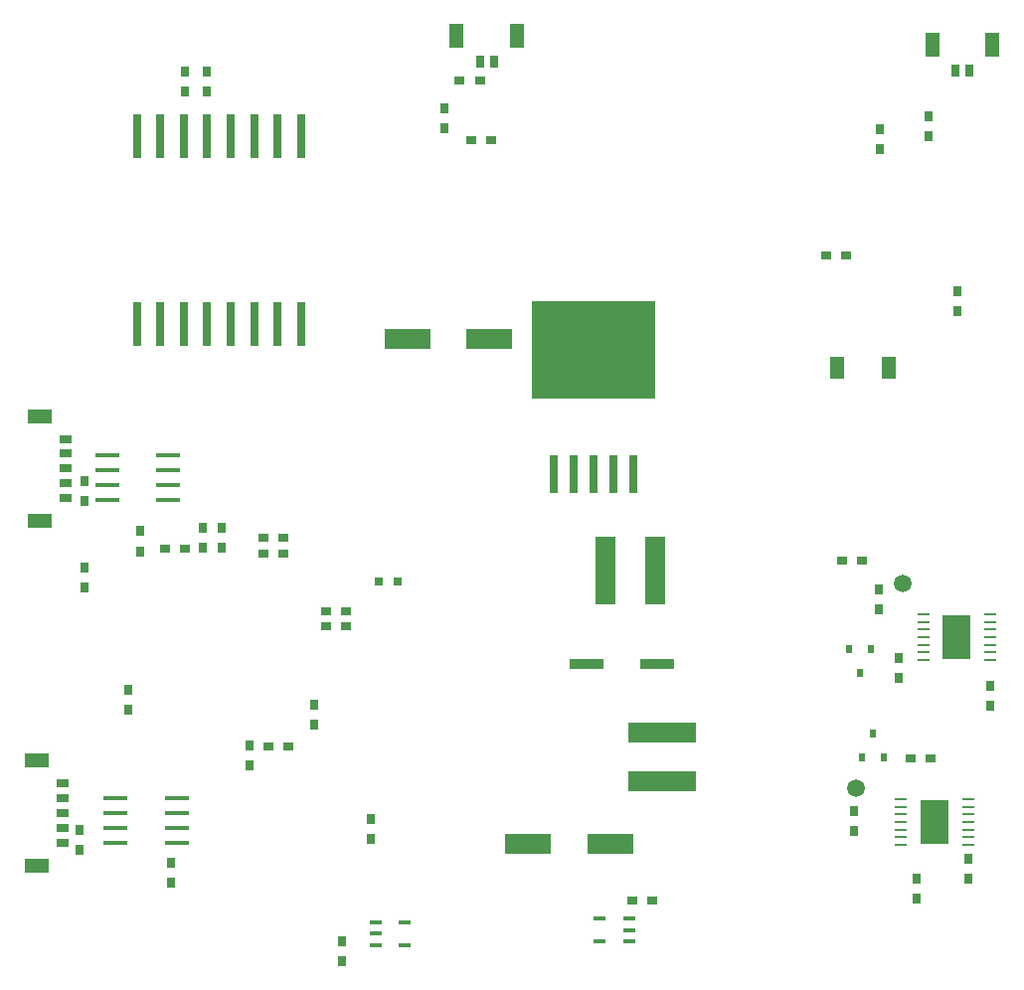
<source format=gbr>
%TF.GenerationSoftware,Novarm,DipTrace,3.3.1.1*%
%TF.CreationDate,2019-02-09T17:58:49-08:00*%
%FSLAX26Y26*%
%MOIN*%
%TF.FileFunction,Paste,Top*%
%TF.Part,Single*%
%ADD36C,0.059055*%
%ADD81R,0.03149X0.125978*%
%ADD83R,0.41338X0.330703*%
%ADD85R,0.080703X0.047238*%
%ADD87R,0.043301X0.025585*%
%ADD89R,0.078734X0.015742*%
%ADD91R,0.043695X0.009837*%
%ADD93R,0.096451X0.1496*%
%ADD95R,0.044089X0.014561*%
%ADD97R,0.047238X0.080703*%
%ADD99R,0.025585X0.043301*%
%ADD101R,0.03149X0.1496*%
%ADD103R,0.003931X0.049207*%
%ADD105R,0.049207X0.003931*%
%ADD107R,0.22834X0.07086*%
%ADD109R,0.07086X0.22834*%
%ADD111R,0.029522X0.03149*%
%ADD125R,0.023616X0.027553*%
%ADD131R,0.047238X0.074797*%
%ADD133R,0.114167X0.035427*%
%ADD135R,0.157474X0.066923*%
%ADD137R,0.035427X0.03149*%
%ADD139R,0.03149X0.035427*%
G75*
G01*
%LPD*%
D139*
X1119932Y3374462D3*
Y3441391D3*
X1047749Y3375249D3*
Y3442178D3*
D137*
X1394181Y1179161D3*
X1327252D3*
D139*
X1481500Y1319000D3*
Y1252071D3*
D137*
X1309974Y1876715D3*
X1376903D3*
X1587749Y1581500D3*
X1520820D3*
X1587749Y1631500D3*
X1520820D3*
X1310251Y1825251D3*
X1377180D3*
X979092Y1841883D3*
X1046021D3*
D139*
X856500Y1300249D3*
Y1367178D3*
X1000249Y787749D3*
Y720820D3*
X1670497Y934261D3*
Y867332D3*
X1106500Y1844000D3*
Y1910929D3*
D135*
X1792521Y2546451D3*
X2068112D3*
D133*
X2628777Y1456369D3*
X2392556D3*
D139*
X3672751Y800249D3*
Y733320D3*
X3747751Y1381499D3*
Y1314570D3*
D135*
X2472545Y850181D3*
X2196954D3*
D137*
X3547749Y1137749D3*
X3480820D3*
D139*
X3441130Y1407441D3*
Y1474370D3*
X897710Y1900071D3*
Y1833142D3*
D131*
X3232478Y2448799D3*
X3405706D3*
D125*
X3310249Y1425249D3*
X3347651Y1503990D3*
X3272848D3*
D137*
X2072587Y3212434D3*
X2005657D3*
D125*
X3353631Y1219942D3*
X3316230Y1141202D3*
X3391033D3*
D111*
X1760249Y1731500D3*
X1697257D3*
D109*
X2457017Y1766782D3*
X2622371D3*
D107*
X2647749Y1225251D3*
Y1059896D3*
D139*
X3377341Y3249739D3*
Y3182810D3*
D137*
X2035089Y3412413D3*
X1968160D3*
X3197751Y2825251D3*
X3264680D3*
D139*
X3635249Y2637751D3*
Y2704680D3*
X3541182Y3224933D3*
Y3291862D3*
X1916348Y3249913D3*
Y3316843D3*
X694000Y831500D3*
Y898429D3*
X1262749Y1181500D3*
Y1114571D3*
X3499965Y733715D3*
Y666786D3*
X710228Y2000062D3*
Y2066991D3*
X3372751Y1706499D3*
Y1639570D3*
X1169000Y1912749D3*
Y1845820D3*
D137*
X3316499Y1800249D3*
X3249570D3*
X2547751Y662751D3*
X2614680D3*
D139*
X1572751Y525251D3*
Y458322D3*
X710249Y1779678D3*
Y1712749D3*
X3291499Y893999D3*
Y960928D3*
D105*
X1405638Y1348362D3*
Y1368047D3*
Y1387732D3*
Y1407417D3*
Y1427102D3*
Y1446787D3*
Y1466472D3*
Y1486157D3*
Y1505843D3*
Y1525528D3*
Y1545213D3*
Y1564898D3*
Y1584583D3*
Y1604268D3*
Y1623953D3*
Y1643638D3*
D103*
X1326898Y1722378D3*
X1307213D3*
X1287528D3*
X1267843D3*
X1248157D3*
X1228472D3*
X1208787D3*
X1189102D3*
X1169417D3*
X1149732D3*
X1130047D3*
X1110362D3*
X1090677D3*
X1070992D3*
X1051307D3*
X1031622D3*
D105*
X952882Y1643638D3*
Y1623953D3*
Y1604268D3*
Y1584583D3*
Y1564898D3*
Y1545213D3*
Y1525528D3*
Y1505843D3*
Y1486157D3*
Y1466472D3*
Y1446787D3*
Y1427102D3*
Y1407417D3*
Y1387732D3*
Y1368047D3*
Y1348362D3*
D103*
X1031622Y1269622D3*
X1051307D3*
X1070992D3*
X1090677D3*
X1110362D3*
X1130047D3*
X1149732D3*
X1169417D3*
X1189102D3*
X1208787D3*
X1228472D3*
X1248157D3*
X1267843D3*
X1287528D3*
X1307213D3*
X1326898D3*
D101*
X885251Y2594000D3*
X963991D3*
X1042731D3*
X1121471D3*
X1200211D3*
X1278951D3*
X1357692D3*
X1436432D3*
Y3223921D3*
X1357692D3*
X1278951D3*
X1200211D3*
X1121471D3*
X1042731D3*
X963991D3*
X885251D3*
D99*
X2035089Y3474907D3*
X2084302D3*
D97*
X2161073Y3561324D3*
X1958318D3*
D95*
X2535251Y525251D3*
Y562652D3*
Y600054D3*
X2436825D3*
Y525251D3*
D99*
X3628672Y3443660D3*
X3677885D3*
D97*
X3754656Y3530077D3*
X3551900D3*
D93*
X3560249Y925251D3*
D91*
X3448045Y1002022D3*
Y976432D3*
Y950841D3*
Y925251D3*
Y899660D3*
Y874070D3*
Y848479D3*
X3672454Y1002022D3*
Y976432D3*
Y950841D3*
Y925251D3*
Y899660D3*
Y874070D3*
Y848479D3*
D89*
X1019000Y856500D3*
Y906500D3*
Y956500D3*
Y1006500D3*
X814276Y856500D3*
Y906500D3*
Y956500D3*
Y1006500D3*
D87*
X635238Y856430D3*
Y905643D3*
Y954856D3*
Y1004068D3*
Y1053281D3*
D85*
X548820Y1130053D3*
Y779659D3*
D83*
X2416651Y2507449D3*
D81*
X2282793Y2090126D3*
X2349722D3*
X2416651D3*
X2483580D3*
X2550509D3*
D93*
X3634836Y1544948D3*
D91*
X3522631Y1621719D3*
Y1596129D3*
Y1570538D3*
Y1544948D3*
Y1519357D3*
Y1493766D3*
Y1468176D3*
X3747041Y1621719D3*
Y1596129D3*
Y1570538D3*
Y1544948D3*
Y1519357D3*
Y1493766D3*
Y1468176D3*
D95*
X1685249Y587749D3*
Y550348D3*
Y512946D3*
X1783675D3*
Y587749D3*
D89*
X991449Y2006310D3*
Y2056310D3*
Y2106310D3*
Y2156310D3*
X786724Y2006310D3*
Y2056310D3*
Y2106310D3*
Y2156310D3*
D87*
X647736Y2012559D3*
Y2061772D3*
Y2110984D3*
Y2160197D3*
Y2209409D3*
D85*
X561319Y2286181D3*
Y1935787D3*
D36*
X3454000Y1725249D3*
X3297749Y1037749D3*
M02*

</source>
